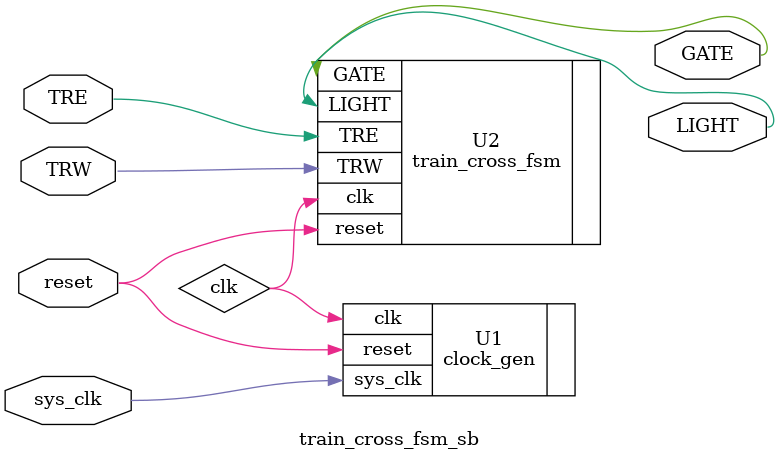
<source format=sv>
module train_cross_fsm_sb(
    input logic sys_clk, reset, TRW, TRE,
    output logic LIGHT, GATE);
//
logic clk;

clock_gen #(24) U1 (.sys_clk(sys_clk), .reset(reset), .clk(clk));
train_cross_fsm U2 (.clk(clk), .reset(reset), .TRW(TRW), .TRE(TRE), .LIGHT(LIGHT), .GATE(GATE));
//
endmodule


</source>
